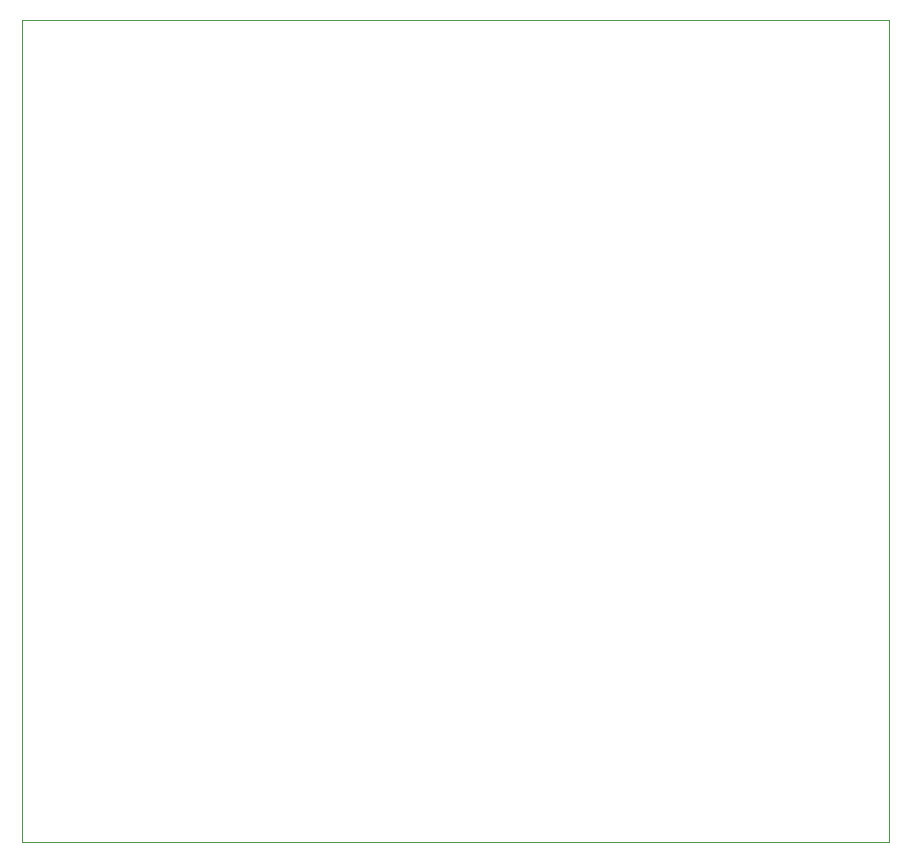
<source format=gbr>
G04 ===== Begin FILE IDENTIFICATION =====*
G04 File Format:  Gerber RS274X*
G04 ===== End FILE IDENTIFICATION =====*
%FSLAX34Y34*%
%MOMM*%
%SFA1.0000B1.0000*%
%OFA0.0B0.0*%
%ADD14C,0.025000*%
%LNcond2*%
%IPPOS*%
%LPD*%
G75*
D14*
G01X-460505Y-224458D02*
G01X273987D01*

G01Y471628D01*

G01X-460505D01*

G01Y-224458D01*
M02*


</source>
